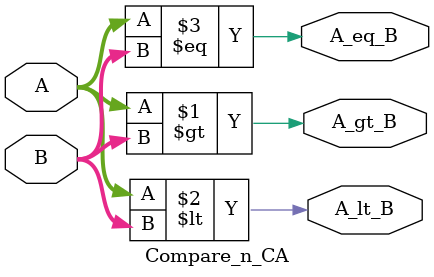
<source format=v>
module Compare_n_CA #(parameter word_size = 32)(
    output A_gt_B, A_lt_B, A_eq_B,
    input [word_size -1: 0] A, B
);
    assign A_gt_B = (A >  B);
    assign A_lt_B = (A <  B);
    assign A_eq_B = (A == B);
endmodule

</source>
